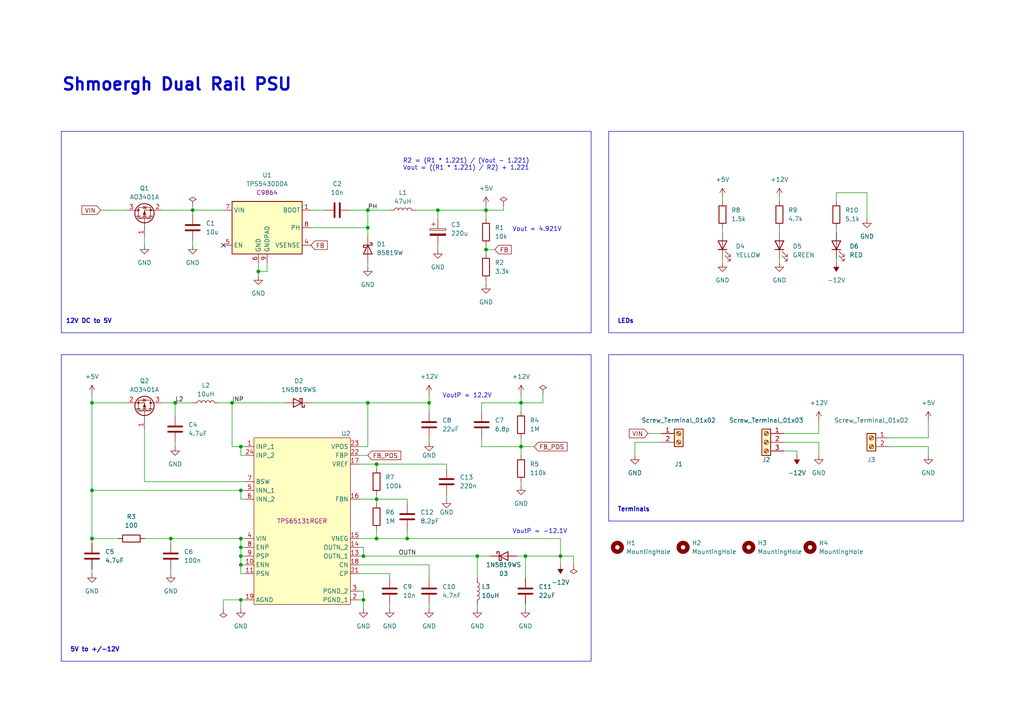
<source format=kicad_sch>
(kicad_sch (version 20230121) (generator eeschema)
  (paper "A4")
  (lib_symbols
    (symbol "Connector:Screw_Terminal_01x02" (pin_names (offset 1.016) hide)
      (property "Reference" "J" (at 0 2.54 0))
      (property "Value" "Screw_Terminal_01x02" (at 0 -5.08 0))
      (symbol "Screw_Terminal_01x02_1_1"
        (rectangle (start -1.27 1.27) (end 1.27 -3.81) (stroke (width 0.254)) (fill (type background)))
        (circle (center 0 -2.54) (radius 0.635) (stroke (width 0.1524)))
        (polyline (pts (xy -0.5334 -2.2098) (xy 0.3302 -3.048)) (stroke (width 0.1524)))
        (polyline (pts (xy -0.5334 0.3302) (xy 0.3302 -0.508)) (stroke (width 0.1524)))
        (polyline (pts (xy -0.3556 -2.032) (xy 0.508 -2.8702)) (stroke (width 0.1524)))
        (polyline (pts (xy -0.3556 0.508) (xy 0.508 -0.3302)) (stroke (width 0.1524)))
        (circle (center 0 0) (radius 0.635) (stroke (width 0.1524)))
        (pin passive line (at -5.08 0 0) (length 3.81) (name "Pin_1") (number "1"))
        (pin passive line (at -5.08 -2.54 0) (length 3.81) (name "Pin_2") (number "2"))
      )
    )
    (symbol "Connector:Screw_Terminal_01x03" (pin_names (offset 1.016) hide)
      (property "Reference" "J" (at 0 5.08 0))
      (property "Value" "Screw_Terminal_01x03" (at 0 -5.08 0))
      (symbol "Screw_Terminal_01x03_1_1"
        (rectangle (start -1.27 3.81) (end 1.27 -3.81) (stroke (width 0.254)) (fill (type background)))
        (circle (center 0 -2.54) (radius 0.635) (stroke (width 0.1524)))
        (polyline (pts (xy -0.5334 -2.2098) (xy 0.3302 -3.048)) (stroke (width 0.1524)))
        (polyline (pts (xy -0.5334 0.3302) (xy 0.3302 -0.508)) (stroke (width 0.1524)))
        (polyline (pts (xy -0.5334 2.8702) (xy 0.3302 2.032)) (stroke (width 0.1524)))
        (polyline (pts (xy -0.3556 -2.032) (xy 0.508 -2.8702)) (stroke (width 0.1524)))
        (polyline (pts (xy -0.3556 0.508) (xy 0.508 -0.3302)) (stroke (width 0.1524)))
        (polyline (pts (xy -0.3556 3.048) (xy 0.508 2.2098)) (stroke (width 0.1524)))
        (circle (center 0 0) (radius 0.635) (stroke (width 0.1524)))
        (circle (center 0 2.54) (radius 0.635) (stroke (width 0.1524)))
        (pin passive line (at -5.08 2.54 0) (length 3.81) (name "Pin_1") (number "1"))
        (pin passive line (at -5.08 0 0) (length 3.81) (name "Pin_2") (number "2"))
        (pin passive line (at -5.08 -2.54 0) (length 3.81) (name "Pin_3") (number "3"))
      )
    )
    (symbol "Device:C" (pin_numbers hide) (pin_names (offset 0.254))
      (property "Reference" "C" (at 0.635 2.54 0))
      (property "Value" "C" (at 0.635 -2.54 0))
      (symbol "C_0_1"
        (polyline (pts (xy -2.032 -0.762) (xy 2.032 -0.762)) (stroke (width 0.508)))
        (polyline (pts (xy -2.032 0.762) (xy 2.032 0.762)) (stroke (width 0.508)))
      )
      (symbol "C_1_1"
        (pin passive line (at 0 3.81 270) (length 2.794) (name "~") (number "1"))
        (pin passive line (at 0 -3.81 90) (length 2.794) (name "~") (number "2"))
      )
    )
    (symbol "Device:C_Polarized" (pin_numbers hide) (pin_names (offset 0.254))
      (property "Reference" "C" (at 0.635 2.54 0))
      (property "Value" "C_Polarized" (at 0.635 -2.54 0))
      (symbol "C_Polarized_0_1"
        (rectangle (start -2.286 0.508) (end 2.286 1.016))
        (polyline (pts (xy -1.778 2.286) (xy -0.762 2.286)))
        (polyline (pts (xy -1.27 2.794) (xy -1.27 1.778)))
        (rectangle (start 2.286 -0.508) (end -2.286 -1.016) (fill (type outline)))
      )
      (symbol "C_Polarized_1_1"
        (pin passive line (at 0 3.81 270) (length 2.794) (name "~") (number "1"))
        (pin passive line (at 0 -3.81 90) (length 2.794) (name "~") (number "2"))
      )
    )
    (symbol "Device:D_Schottky" (pin_numbers hide) (pin_names (offset 1.016) hide)
      (property "Reference" "D" (at 0 2.54 0))
      (property "Value" "D_Schottky" (at 0 -2.54 0))
      (symbol "D_Schottky_0_1"
        (polyline (pts (xy 1.27 0) (xy -1.27 0)))
        (polyline (pts (xy 1.27 1.27) (xy 1.27 -1.27) (xy -1.27 0) (xy 1.27 1.27)) (stroke (width 0.254)))
        (polyline (pts (xy -1.905 0.635) (xy -1.905 1.27) (xy -1.27 1.27) (xy -1.27 -1.27) (xy -0.635 -1.27) (xy -0.635 -0.635)) (stroke (width 0.254)))
      )
      (symbol "D_Schottky_1_1"
        (pin passive line (at -3.81 0 0) (length 2.54) (name "K") (number "1"))
        (pin passive line (at 3.81 0 180) (length 2.54) (name "A") (number "2"))
      )
    )
    (symbol "Device:L" (pin_numbers hide) (pin_names (offset 1.016) hide)
      (property "Reference" "L" (at -1.27 0 90))
      (property "Value" "L" (at 1.905 0 90))
      (symbol "L_0_1"
        (arc (start 0 -2.54) (mid 0.6323 -1.905) (end 0 -1.27))
        (arc (start 0 -1.27) (mid 0.6323 -0.635) (end 0 0))
        (arc (start 0 0) (mid 0.6323 0.635) (end 0 1.27))
        (arc (start 0 1.27) (mid 0.6323 1.905) (end 0 2.54))
      )
      (symbol "L_1_1"
        (pin passive line (at 0 3.81 270) (length 1.27) (name "1") (number "1"))
        (pin passive line (at 0 -3.81 90) (length 1.27) (name "2") (number "2"))
      )
    )
    (symbol "Device:LED" (pin_numbers hide) (pin_names (offset 1.016) hide)
      (property "Reference" "D" (at 0 2.54 0))
      (property "Value" "LED" (at 0 -2.54 0))
      (symbol "LED_0_1"
        (polyline (pts (xy -1.27 -1.27) (xy -1.27 1.27)) (stroke (width 0.254)))
        (polyline (pts (xy -1.27 0) (xy 1.27 0)))
        (polyline (pts (xy 1.27 -1.27) (xy 1.27 1.27) (xy -1.27 0) (xy 1.27 -1.27)) (stroke (width 0.254)))
        (polyline (pts (xy -3.048 -0.762) (xy -4.572 -2.286) (xy -3.81 -2.286) (xy -4.572 -2.286) (xy -4.572 -1.524)))
        (polyline (pts (xy -1.778 -0.762) (xy -3.302 -2.286) (xy -2.54 -2.286) (xy -3.302 -2.286) (xy -3.302 -1.524)))
      )
      (symbol "LED_1_1"
        (pin passive line (at -3.81 0 0) (length 2.54) (name "K") (number "1"))
        (pin passive line (at 3.81 0 180) (length 2.54) (name "A") (number "2"))
      )
    )
    (symbol "Device:R" (pin_numbers hide) (pin_names (offset 0))
      (property "Reference" "R" (at 2.032 0 90))
      (property "Value" "R" (at 0 0 90))
      (symbol "R_0_1"
        (rectangle (start -1.016 -2.54) (end 1.016 2.54) (stroke (width 0.254)))
      )
      (symbol "R_1_1"
        (pin passive line (at 0 3.81 270) (length 1.27) (name "~") (number "1"))
        (pin passive line (at 0 -3.81 90) (length 1.27) (name "~") (number "2"))
      )
    )
    (symbol "Diode:B340" (pin_numbers hide) (pin_names (offset 1.016) hide)
      (property "Reference" "D" (at 0 2.54 0))
      (property "Value" "B340" (at 0 -2.54 0))
      (symbol "B340_0_1"
        (polyline (pts (xy 1.27 0) (xy -1.27 0)))
        (polyline (pts (xy 1.27 1.27) (xy 1.27 -1.27) (xy -1.27 0) (xy 1.27 1.27)) (stroke (width 0.254)))
        (polyline (pts (xy -1.905 0.635) (xy -1.905 1.27) (xy -1.27 1.27) (xy -1.27 -1.27) (xy -0.635 -1.27) (xy -0.635 -0.635)) (stroke (width 0.254)))
      )
      (symbol "B340_1_1"
        (pin passive line (at -3.81 0 0) (length 2.54) (name "K") (number "1"))
        (pin passive line (at 3.81 0 180) (length 2.54) (name "A") (number "2"))
      )
    )
    (symbol "Mechanical:MountingHole" (pin_names (offset 1.016))
      (property "Reference" "H" (at 0 5.08 0))
      (property "Value" "MountingHole" (at 0 3.175 0))
      (symbol "MountingHole_0_1"
        (circle (center 0 0) (radius 1.27) (stroke (width 1.27)))
      )
    )
    (symbol "Shmoergh-JLC-Components:TPS5430DDA"
      (property "Reference" "U" (at -10.16 8.89 0))
      (property "Value" "TPS5430DDA" (at -1.27 8.89 0))
      (property "LCSC" "C9864" (at 0 0 0))
      (symbol "TPS5430DDA_0_1"
        (rectangle (start -10.16 7.62) (end 10.16 -7.62) (stroke (width 0.254)) (fill (type background)))
      )
      (symbol "TPS5430DDA_1_1"
        (pin input line (at 12.7 5.08 180) (length 2.54) (name "BOOT") (number "1"))
        (pin no_connect line (at -10.16 2.54 0) (length 2.54) hide (name "NC") (number "2"))
        (pin no_connect line (at -10.16 -2.54 0) (length 2.54) hide (name "NC") (number "3"))
        (pin input line (at 12.7 -5.08 180) (length 2.54) (name "VSENSE") (number "4"))
        (pin input line (at -12.7 -5.08 0) (length 2.54) (name "EN") (number "5"))
        (pin power_in line (at -2.54 -10.16 90) (length 2.54) (name "GND") (number "6"))
        (pin power_in line (at -12.7 5.08 0) (length 2.54) (name "VIN") (number "7"))
        (pin output line (at 12.7 0 180) (length 2.54) (name "PH") (number "8"))
        (pin power_in line (at 0 -10.16 90) (length 2.54) (name "GNDPAD") (number "9"))
      )
    )
    (symbol "Shmoergh-JLC-Components:TPS65131RGER (Schematic)"
      (property "Reference" "U" (at 11.43 25.4 0))
      (property "Value" "TPS65131RGER (Schematic)" (at 1.27 33.02 0))
      (property "LCSC" "TPS65131RGER" (at -6.35 25.4 0))
      (symbol "TPS65131RGER (Schematic)_1_1"
        (rectangle (start -13.97 24.13) (end 13.97 -24.13) (fill (type background)))
        (pin input line (at -16.51 21.59 0) (length 2.54) (name "INP_1") (number "1"))
        (pin input line (at -16.51 -12.7 0) (length 2.54) (name "ENN") (number "10"))
        (pin input line (at -16.51 -15.24 0) (length 2.54) (name "PSN") (number "11"))
        (pin no_connect line (at 16.51 13.97 180) (length 2.54) hide (name "NC1") (number "12"))
        (pin output line (at 16.51 -10.16 180) (length 2.54) (name "OUTN_1") (number "13"))
        (pin output line (at 16.51 -7.62 180) (length 2.54) (name "OUTN_2") (number "14"))
        (pin input line (at 16.51 -5.08 180) (length 2.54) (name "VNEG") (number "15"))
        (pin input line (at 16.51 6.35 180) (length 2.54) (name "FBN") (number "16"))
        (pin output line (at 16.51 16.51 180) (length 2.54) (name "VREF") (number "17"))
        (pin passive line (at 16.51 -12.7 180) (length 2.54) (name "CN") (number "18"))
        (pin power_in line (at -16.51 -22.86 0) (length 2.54) (name "AGND") (number "19"))
        (pin power_in line (at 16.51 -22.86 180) (length 2.54) (name "PGND_1") (number "2"))
        (pin no_connect line (at 16.51 11.43 180) (length 2.54) hide (name "NC2") (number "20"))
        (pin passive line (at 16.51 -15.24 180) (length 2.54) (name "CP") (number "21"))
        (pin input line (at 16.51 19.05 180) (length 2.54) (name "FBP") (number "22"))
        (pin input line (at 16.51 21.59 180) (length 2.54) (name "VPOS") (number "23"))
        (pin input line (at -16.51 19.05 0) (length 2.54) (name "INP_2") (number "24"))
        (pin power_in line (at 16.51 -20.32 180) (length 2.54) (name "PGND_2") (number "3"))
        (pin input line (at -16.51 -5.08 0) (length 2.54) (name "VIN") (number "4"))
        (pin input line (at -16.51 8.89 0) (length 2.54) (name "INN_1") (number "5"))
        (pin input line (at -16.51 6.35 0) (length 2.54) (name "INN_2") (number "6"))
        (pin output line (at -16.51 11.43 0) (length 2.54) (name "BSW") (number "7"))
        (pin input line (at -16.51 -7.62 0) (length 2.54) (name "ENP") (number "8"))
        (pin input line (at -16.51 -10.16 0) (length 2.54) (name "PSP") (number "9"))
      )
    )
    (symbol "Transistor_FET:AO3401A" (pin_names hide)
      (property "Reference" "Q" (at 5.08 1.905 0))
      (property "Value" "AO3401A" (at 5.08 0 0))
      (symbol "AO3401A_0_1"
        (polyline (pts (xy 0.254 0) (xy -2.54 0)))
        (polyline (pts (xy 0.254 1.905) (xy 0.254 -1.905)) (stroke (width 0.254)))
        (polyline (pts (xy 0.762 -1.27) (xy 0.762 -2.286)) (stroke (width 0.254)))
        (polyline (pts (xy 0.762 0.508) (xy 0.762 -0.508)) (stroke (width 0.254)))
        (polyline (pts (xy 0.762 2.286) (xy 0.762 1.27)) (stroke (width 0.254)))
        (polyline (pts (xy 2.54 2.54) (xy 2.54 1.778)))
        (polyline (pts (xy 2.54 -2.54) (xy 2.54 0) (xy 0.762 0)))
        (polyline (pts (xy 0.762 1.778) (xy 3.302 1.778) (xy 3.302 -1.778) (xy 0.762 -1.778)))
        (polyline (pts (xy 2.286 0) (xy 1.27 0.381) (xy 1.27 -0.381) (xy 2.286 0)) (fill (type outline)))
        (polyline (pts (xy 2.794 -0.508) (xy 2.921 -0.381) (xy 3.683 -0.381) (xy 3.81 -0.254)))
        (polyline (pts (xy 3.302 -0.381) (xy 2.921 0.254) (xy 3.683 0.254) (xy 3.302 -0.381)))
        (circle (center 1.651 0) (radius 2.794) (stroke (width 0.254)))
        (circle (center 2.54 -1.778) (radius 0.254) (fill (type outline)))
        (circle (center 2.54 1.778) (radius 0.254) (fill (type outline)))
      )
      (symbol "AO3401A_1_1"
        (pin input line (at -5.08 0 0) (length 2.54) (name "G") (number "1"))
        (pin passive line (at 2.54 -5.08 90) (length 2.54) (name "S") (number "2"))
        (pin passive line (at 2.54 5.08 270) (length 2.54) (name "D") (number "3"))
      )
    )
    (symbol "power:+12V" (power) (pin_names (offset 0))
      (property "Value" "+12V" (at 0 3.556 0))
      (symbol "+12V_0_1"
        (polyline (pts (xy -0.762 1.27) (xy 0 2.54)))
        (polyline (pts (xy 0 0) (xy 0 2.54)))
        (polyline (pts (xy 0 2.54) (xy 0.762 1.27)))
      )
      (symbol "+12V_1_1"
        (pin power_in line (at 0 0 90) (length 0) hide (name "+12V") (number "1"))
      )
    )
    (symbol "power:+5V" (power) (pin_names (offset 0))
      (property "Value" "+5V" (at 0 3.556 0))
      (symbol "+5V_0_1"
        (polyline (pts (xy -0.762 1.27) (xy 0 2.54)))
        (polyline (pts (xy 0 0) (xy 0 2.54)))
        (polyline (pts (xy 0 2.54) (xy 0.762 1.27)))
      )
      (symbol "+5V_1_1"
        (pin power_in line (at 0 0 90) (length 0) hide (name "+5V") (number "1"))
      )
    )
    (symbol "power:-12V" (power) (pin_names (offset 0))
      (property "Value" "-12V" (at 0 3.81 0))
      (symbol "-12V_0_0"
        (pin power_in line (at 0 0 90) (length 0) hide (name "-12V") (number "1"))
      )
      (symbol "-12V_0_1"
        (polyline (pts (xy 0 0) (xy 0 1.27) (xy 0.762 1.27) (xy 0 2.54) (xy -0.762 1.27) (xy 0 1.27)) (fill (type outline)))
      )
    )
    (symbol "power:GND" (power) (pin_names (offset 0))
      (property "Value" "GND" (at 0 -3.81 0))
      (symbol "GND_0_1"
        (polyline (pts (xy 0 0) (xy 0 -1.27) (xy 1.27 -1.27) (xy 0 -2.54) (xy -1.27 -1.27) (xy 0 -1.27)))
      )
      (symbol "GND_1_1"
        (pin power_in line (at 0 0 270) (length 0) hide (name "GND") (number "1"))
      )
    )
    (symbol "power:PWR_FLAG" (power) (pin_numbers hide) (pin_names (offset 0) hide)
      (property "Value" "PWR_FLAG" (at 0 3.81 0))
      (symbol "PWR_FLAG_0_0"
        (pin power_out line (at 0 0 90) (length 0) (name "pwr") (number "1"))
      )
      (symbol "PWR_FLAG_0_1"
        (polyline (pts (xy 0 0) (xy 0 1.27) (xy -1.016 1.905) (xy 0 2.54) (xy 1.016 1.905) (xy 0 1.27)))
      )
    )
  )
  (junction (at 49.53 156.21))
  (junction (at 55.88 60.96))
  (junction (at 69.85 173.99))
  (junction (at 106.68 60.96))
  (junction (at 105.41 161.29))
  (junction (at 50.8 116.84))
  (junction (at 106.68 66.04))
  (junction (at 69.85 163.83))
  (junction (at 140.97 72.39))
  (junction (at 106.68 116.84))
  (junction (at 69.85 129.54))
  (junction (at 118.11 156.21))
  (junction (at 152.4 161.29))
  (junction (at 109.22 134.62))
  (junction (at 151.13 116.84))
  (junction (at 109.22 156.21))
  (junction (at 162.56 161.29))
  (junction (at 69.85 161.29))
  (junction (at 67.31 116.84))
  (junction (at 26.67 156.21))
  (junction (at 138.43 161.29))
  (junction (at 69.85 156.21))
  (junction (at 26.67 142.24))
  (junction (at 69.85 142.24))
  (junction (at 69.85 158.75))
  (junction (at 109.22 144.78))
  (junction (at 127 60.96))
  (junction (at 26.67 116.84))
  (junction (at 140.97 60.96))
  (junction (at 151.13 129.54))
  (junction (at 124.46 116.84))
  (junction (at 105.41 173.99))
  (junction (at 74.93 78.74))
  (no_connect (at 64.77 71.12))
  (wire (pts (xy 105.41 161.29) (xy 138.43 161.29)))
  (wire (pts (xy 269.24 127) (xy 269.24 121.92)))
  (wire (pts (xy 139.7 116.84) (xy 151.13 116.84)))
  (wire (pts (xy 106.68 116.84) (xy 124.46 116.84)))
  (polyline (pts (xy 17.78 38.1) (xy 17.78 96.52)))
  (wire (pts (xy 69.85 163.83) (xy 69.85 161.29)))
  (wire (pts (xy 209.55 57.15) (xy 209.55 58.42)))
  (wire (pts (xy 138.43 161.29) (xy 142.24 161.29)))
  (wire (pts (xy 64.77 173.99) (xy 69.85 173.99)))
  (wire (pts (xy 140.97 72.39) (xy 143.51 72.39)))
  (wire (pts (xy 69.85 132.08) (xy 69.85 129.54)))
  (wire (pts (xy 46.99 116.84) (xy 50.8 116.84)))
  (wire (pts (xy 55.88 60.96) (xy 55.88 62.23)))
  (wire (pts (xy 55.88 69.85) (xy 55.88 71.12)))
  (wire (pts (xy 139.7 119.38) (xy 139.7 116.84)))
  (wire (pts (xy 64.77 60.96) (xy 55.88 60.96)))
  (wire (pts (xy 106.68 76.2) (xy 106.68 77.47)))
  (wire (pts (xy 146.05 60.96) (xy 140.97 60.96)))
  (wire (pts (xy 113.03 166.37) (xy 113.03 167.64)))
  (wire (pts (xy 237.49 121.92) (xy 237.49 125.73)))
  (wire (pts (xy 105.41 173.99) (xy 105.41 176.53)))
  (wire (pts (xy 269.24 132.08) (xy 269.24 129.54)))
  (wire (pts (xy 26.67 142.24) (xy 69.85 142.24)))
  (wire (pts (xy 151.13 129.54) (xy 154.94 129.54)))
  (wire (pts (xy 104.14 132.08) (xy 106.68 132.08)))
  (wire (pts (xy 151.13 114.3) (xy 151.13 116.84)))
  (wire (pts (xy 69.85 173.99) (xy 71.12 173.99)))
  (wire (pts (xy 50.8 128.27) (xy 50.8 129.54)))
  (wire (pts (xy 105.41 158.75) (xy 105.41 161.29)))
  (wire (pts (xy 140.97 71.12) (xy 140.97 72.39)))
  (polyline (pts (xy 171.45 96.52) (xy 17.78 96.52)))
  (wire (pts (xy 26.67 142.24) (xy 26.67 156.21)))
  (wire (pts (xy 124.46 167.64) (xy 124.46 163.83)))
  (wire (pts (xy 139.7 129.54) (xy 151.13 129.54)))
  (wire (pts (xy 29.21 60.96) (xy 36.83 60.96)))
  (wire (pts (xy 269.24 129.54) (xy 257.81 129.54)))
  (wire (pts (xy 124.46 175.26) (xy 124.46 176.53)))
  (wire (pts (xy 118.11 144.78) (xy 109.22 144.78)))
  (wire (pts (xy 106.68 68.58) (xy 106.68 66.04)))
  (wire (pts (xy 149.86 161.29) (xy 152.4 161.29)))
  (wire (pts (xy 109.22 144.78) (xy 109.22 143.51)))
  (wire (pts (xy 69.85 176.53) (xy 69.85 173.99)))
  (wire (pts (xy 26.67 156.21) (xy 26.67 157.48)))
  (wire (pts (xy 151.13 127) (xy 151.13 129.54)))
  (wire (pts (xy 69.85 161.29) (xy 69.85 158.75)))
  (wire (pts (xy 226.06 66.04) (xy 226.06 67.31)))
  (wire (pts (xy 140.97 81.28) (xy 140.97 82.55)))
  (wire (pts (xy 41.91 156.21) (xy 49.53 156.21)))
  (wire (pts (xy 104.14 171.45) (xy 105.41 171.45)))
  (wire (pts (xy 157.48 114.3) (xy 157.48 116.84)))
  (wire (pts (xy 69.85 163.83) (xy 71.12 163.83)))
  (wire (pts (xy 26.67 114.3) (xy 26.67 116.84)))
  (wire (pts (xy 50.8 116.84) (xy 55.88 116.84)))
  (wire (pts (xy 41.91 68.58) (xy 41.91 71.12)))
  (wire (pts (xy 152.4 161.29) (xy 152.4 167.64)))
  (wire (pts (xy 146.05 59.69) (xy 146.05 60.96)))
  (wire (pts (xy 69.85 156.21) (xy 71.12 156.21)))
  (polyline (pts (xy 17.78 38.1) (xy 171.45 38.1)))
  (wire (pts (xy 151.13 139.7) (xy 151.13 140.97)))
  (wire (pts (xy 26.67 116.84) (xy 36.83 116.84)))
  (wire (pts (xy 127 71.12) (xy 127 72.39)))
  (wire (pts (xy 109.22 153.67) (xy 109.22 156.21)))
  (wire (pts (xy 162.56 163.83) (xy 162.56 161.29)))
  (wire (pts (xy 129.54 134.62) (xy 129.54 135.89)))
  (wire (pts (xy 101.6 60.96) (xy 106.68 60.96)))
  (wire (pts (xy 140.97 72.39) (xy 140.97 73.66)))
  (wire (pts (xy 157.48 116.84) (xy 151.13 116.84)))
  (wire (pts (xy 41.91 124.46) (xy 41.91 139.7)))
  (wire (pts (xy 138.43 175.26) (xy 138.43 176.53)))
  (wire (pts (xy 184.15 128.27) (xy 191.77 128.27)))
  (wire (pts (xy 41.91 139.7) (xy 71.12 139.7)))
  (wire (pts (xy 74.93 78.74) (xy 74.93 80.01)))
  (wire (pts (xy 109.22 134.62) (xy 129.54 134.62)))
  (wire (pts (xy 237.49 128.27) (xy 237.49 132.08)))
  (wire (pts (xy 67.31 116.84) (xy 67.31 129.54)))
  (wire (pts (xy 166.37 163.83) (xy 166.37 161.29)))
  (wire (pts (xy 226.06 57.15) (xy 226.06 58.42)))
  (wire (pts (xy 69.85 129.54) (xy 71.12 129.54)))
  (wire (pts (xy 151.13 129.54) (xy 151.13 132.08)))
  (wire (pts (xy 104.14 144.78) (xy 109.22 144.78)))
  (wire (pts (xy 124.46 114.3) (xy 124.46 116.84)))
  (wire (pts (xy 71.12 144.78) (xy 69.85 144.78)))
  (wire (pts (xy 227.33 128.27) (xy 237.49 128.27)))
  (wire (pts (xy 104.14 134.62) (xy 109.22 134.62)))
  (wire (pts (xy 46.99 60.96) (xy 55.88 60.96)))
  (wire (pts (xy 237.49 125.73) (xy 227.33 125.73)))
  (wire (pts (xy 162.56 161.29) (xy 152.4 161.29)))
  (wire (pts (xy 127 60.96) (xy 127 63.5)))
  (wire (pts (xy 55.88 59.69) (xy 55.88 60.96)))
  (wire (pts (xy 69.85 144.78) (xy 69.85 142.24)))
  (wire (pts (xy 69.85 161.29) (xy 71.12 161.29)))
  (wire (pts (xy 26.67 116.84) (xy 26.67 142.24)))
  (wire (pts (xy 105.41 161.29) (xy 104.14 161.29)))
  (wire (pts (xy 118.11 153.67) (xy 118.11 156.21)))
  (wire (pts (xy 105.41 171.45) (xy 105.41 173.99)))
  (wire (pts (xy 106.68 129.54) (xy 104.14 129.54)))
  (wire (pts (xy 90.17 60.96) (xy 93.98 60.96)))
  (wire (pts (xy 152.4 175.26) (xy 152.4 176.53)))
  (wire (pts (xy 67.31 129.54) (xy 69.85 129.54)))
  (wire (pts (xy 124.46 127) (xy 124.46 128.27)))
  (wire (pts (xy 26.67 165.1) (xy 26.67 166.37)))
  (wire (pts (xy 104.14 156.21) (xy 109.22 156.21)))
  (wire (pts (xy 106.68 60.96) (xy 113.03 60.96)))
  (wire (pts (xy 151.13 116.84) (xy 151.13 119.38)))
  (wire (pts (xy 242.57 66.04) (xy 242.57 67.31)))
  (wire (pts (xy 71.12 132.08) (xy 69.85 132.08)))
  (wire (pts (xy 74.93 76.2) (xy 74.93 78.74)))
  (wire (pts (xy 120.65 60.96) (xy 127 60.96)))
  (wire (pts (xy 140.97 59.69) (xy 140.97 60.96)))
  (wire (pts (xy 49.53 156.21) (xy 49.53 157.48)))
  (wire (pts (xy 104.14 158.75) (xy 105.41 158.75)))
  (wire (pts (xy 63.5 116.84) (xy 67.31 116.84)))
  (wire (pts (xy 90.17 66.04) (xy 106.68 66.04)))
  (wire (pts (xy 104.14 166.37) (xy 113.03 166.37)))
  (wire (pts (xy 90.17 116.84) (xy 106.68 116.84)))
  (wire (pts (xy 209.55 66.04) (xy 209.55 67.31)))
  (wire (pts (xy 118.11 146.05) (xy 118.11 144.78)))
  (wire (pts (xy 242.57 55.88) (xy 242.57 58.42)))
  (wire (pts (xy 242.57 55.88) (xy 251.46 55.88)))
  (wire (pts (xy 166.37 161.29) (xy 162.56 161.29)))
  (wire (pts (xy 69.85 142.24) (xy 71.12 142.24)))
  (wire (pts (xy 118.11 156.21) (xy 162.56 156.21)))
  (wire (pts (xy 77.47 76.2) (xy 77.47 78.74)))
  (wire (pts (xy 50.8 116.84) (xy 50.8 120.65)))
  (wire (pts (xy 162.56 156.21) (xy 162.56 161.29)))
  (wire (pts (xy 187.96 125.73) (xy 191.77 125.73)))
  (wire (pts (xy 127 60.96) (xy 140.97 60.96)))
  (wire (pts (xy 124.46 163.83) (xy 104.14 163.83)))
  (wire (pts (xy 113.03 175.26) (xy 113.03 176.53)))
  (wire (pts (xy 231.14 130.81) (xy 227.33 130.81)))
  (wire (pts (xy 105.41 173.99) (xy 104.14 173.99)))
  (wire (pts (xy 67.31 116.84) (xy 82.55 116.84)))
  (wire (pts (xy 109.22 144.78) (xy 109.22 146.05)))
  (wire (pts (xy 71.12 166.37) (xy 69.85 166.37)))
  (wire (pts (xy 184.15 132.08) (xy 184.15 128.27)))
  (wire (pts (xy 138.43 161.29) (xy 138.43 167.64)))
  (wire (pts (xy 49.53 165.1) (xy 49.53 166.37)))
  (polyline (pts (xy 171.45 38.1) (xy 171.45 96.52)))
  (wire (pts (xy 226.06 74.93) (xy 226.06 76.2)))
  (wire (pts (xy 26.67 156.21) (xy 34.29 156.21)))
  (wire (pts (xy 106.68 116.84) (xy 106.68 129.54)))
  (wire (pts (xy 69.85 158.75) (xy 71.12 158.75)))
  (wire (pts (xy 64.77 176.53) (xy 64.77 173.99)))
  (wire (pts (xy 251.46 55.88) (xy 251.46 63.5)))
  (wire (pts (xy 69.85 166.37) (xy 69.85 163.83)))
  (wire (pts (xy 242.57 74.93) (xy 242.57 76.2)))
  (wire (pts (xy 209.55 74.93) (xy 209.55 76.2)))
  (wire (pts (xy 77.47 78.74) (xy 74.93 78.74)))
  (wire (pts (xy 129.54 143.51) (xy 129.54 144.78)))
  (wire (pts (xy 257.81 127) (xy 269.24 127)))
  (wire (pts (xy 109.22 156.21) (xy 118.11 156.21)))
  (wire (pts (xy 231.14 132.08) (xy 231.14 130.81)))
  (wire (pts (xy 106.68 60.96) (xy 106.68 66.04)))
  (wire (pts (xy 109.22 134.62) (xy 109.22 135.89)))
  (wire (pts (xy 69.85 158.75) (xy 69.85 156.21)))
  (wire (pts (xy 124.46 116.84) (xy 124.46 119.38)))
  (wire (pts (xy 140.97 60.96) (xy 140.97 63.5)))
  (wire (pts (xy 139.7 127) (xy 139.7 129.54)))
  (wire (pts (xy 49.53 156.21) (xy 69.85 156.21)))
  (rectangle (start 176.53 102.87) (end 279.4 151.13))
  (rectangle (start 176.53 38.1) (end 279.4 96.52))
  (rectangle (start 17.78 102.87) (end 171.45 191.77))
  (text "R2 = (R1 * 1.221) / (Vout - 1.221)\nVout = ((R1 * 1.221) / R2) + 1.221" (at 116.84 49.53 0) (effects (font (size 1.27 1.27)) (justify left bottom)))
  (text "Terminals" (at 179.07 148.59 0) (effects (font (size 1.27 1.27) (thickness 0.254) bold) (justify left bottom)))
  (text "VoutP = -12.1V" (at 148.59 154.94 0) (effects (font (size 1.27 1.27)) (justify left bottom)))
  (text "LEDs" (at 179.07 93.98 0) (effects (font (size 1.27 1.27) (thickness 0.254) bold) (justify left bottom)))
  (text "Vout = 4.921V" (at 148.59 67.31 0) (effects (font (size 1.27 1.27)) (justify left bottom)))
  (text "VoutP = 12.2V" (at 128.27 115.57 0) (effects (font (size 1.27 1.27)) (justify left bottom)))
  (text "12V DC to 5V" (at 19.05 93.98 0) (effects (font (size 1.27 1.27) (thickness 0.254) bold) (justify left bottom)))
  (text "5V to +/-12V" (at 20.32 189.23 0) (effects (font (size 1.27 1.27) (thickness 0.254) bold) (justify left bottom)))
  (text "Shmoergh Dual Rail PSU" (at 17.78 26.67 0) (effects (font (size 3.5 3.5) (thickness 0.7) bold) (justify left bottom)))
  (label "L2" (at 50.8 116.84 0))
  (label "INP" (at 67.31 116.84 0))
  (label "PH" (at 106.68 60.96 0))
  (label "OUTN" (at 115.57 161.29 0))
  (global_label "FB" (shape input) (at 90.17 71.12 0) (property "Intersheetrefs" "${INTERSHEET_REFS}" (effects hide)))
  (global_label "FB" (shape input) (at 143.51 72.39 0) (property "Intersheetrefs" "${INTERSHEET_REFS}" (effects hide)))
  (global_label "VIN" (shape input) (at 29.21 60.96 180) (property "Intersheetrefs" "${INTERSHEET_REFS}" (effects hide)))
  (global_label "VIN" (shape input) (at 187.96 125.73 180) (property "Intersheetrefs" "${INTERSHEET_REFS}" (effects hide)))
  (global_label "FB_POS" (shape input) (at 106.68 132.08 0) (property "Intersheetrefs" "${INTERSHEET_REFS}" (effects hide)))
  (global_label "FB_POS" (shape input) (at 154.94 129.54 0) (property "Intersheetrefs" "${INTERSHEET_REFS}" (effects hide)))
  (symbol (lib_id "Transistor_FET:AO3401A") (at 41.91 119.38 270) (mirror x) (unit 1)
    (property "Reference" "Q2" (at 41.91 110.49 90))
    (property "Value" "AO3401A" (at 41.91 113.03 90))
    (property "Footprint" "Package_TO_SOT_SMD:SOT-23" (effects hide))
    (property "Datasheet" "http://www.aosmd.com/pdfs/datasheet/AO3401A.pdf" (effects hide))
    (property "LCSC" "C15127" (effects hide))
  )
  (symbol (lib_id "Device:R") (at 242.57 62.23 0) (unit 1)
    (property "Reference" "R10" (at 245.11 60.96 0) (effects (justify left)))
    (property "Value" "5.1k" (at 245.11 63.5 0) (effects (justify left)))
    (property "Footprint" "Resistor_SMD:R_0402_1005Metric" (effects hide))
    (property "LCSC" "C25905" (effects hide))
  )
  (symbol (lib_id "power:GND") (at 124.46 176.53 0) (unit 1)
    (property "Reference" "#PWR019" (effects hide))
    (property "Value" "GND" (at 124.46 181.61 0))
  )
  (symbol (lib_id "power:GND") (at 113.03 176.53 0) (unit 1)
    (property "Reference" "#PWR018" (effects hide))
    (property "Value" "GND" (at 113.03 181.61 0))
  )
  (symbol (lib_id "power:-12V") (at 242.57 76.2 180) (unit 1)
    (property "Reference" "#PWR028" (effects hide))
    (property "Value" "-12V" (at 242.57 81.28 0))
  )
  (symbol (lib_id "power:GND") (at 129.54 144.78 0) (unit 1)
    (property "Reference" "#PWR024" (effects hide))
    (property "Value" "GND" (at 129.54 148.59 0))
  )
  (symbol (lib_id "power:+12V") (at 151.13 114.3 0) (unit 1)
    (property "Reference" "#PWR015" (effects hide))
    (property "Value" "+12V" (at 151.13 109.22 0))
  )
  (symbol (lib_id "Device:D_Schottky") (at 146.05 161.29 0) (unit 1)
    (property "Reference" "D3" (at 146.05 166.37 0))
    (property "Value" "1N5819WS" (at 146.05 163.83 0))
    (property "Footprint" "Diode_SMD:D_SOD-123" (effects hide))
    (property "LCSC" "C191023" (effects hide))
  )
  (symbol (lib_id "Device:R") (at 38.1 156.21 90) (unit 1)
    (property "Reference" "R3" (at 38.1 149.86 90))
    (property "Value" "100" (at 38.1 152.4 90))
    (property "Footprint" "Resistor_SMD:R_0603_1608Metric" (effects hide))
    (property "LCSC" "C22775" (effects hide))
  )
  (symbol (lib_id "Device:R") (at 140.97 77.47 0) (unit 1)
    (property "Reference" "R2" (at 143.51 76.2 0) (effects (justify left)))
    (property "Value" "3.3k" (at 143.51 78.74 0) (effects (justify left)))
    (property "Footprint" "Resistor_SMD:R_0603_1608Metric" (effects hide))
    (property "LCSC" "C22978" (effects hide))
  )
  (symbol (lib_id "Device:C") (at 49.53 161.29 0) (unit 1)
    (property "Reference" "C6" (at 53.34 160.02 0) (effects (justify left)))
    (property "Value" "100n" (at 53.34 162.56 0) (effects (justify left)))
    (property "Footprint" "Capacitor_SMD:C_0402_1005Metric" (effects hide))
    (property "LCSC" "C307331" (effects hide))
  )
  (symbol (lib_id "Mechanical:MountingHole") (at 234.95 158.75 0) (unit 1) (in_bom no)
    (property "Reference" "H4" (at 237.49 157.48 0) (effects (justify left)))
    (property "Value" "MountingHole" (at 237.49 160.02 0) (effects (justify left)))
    (property "Footprint" "MountingHole:MountingHole_3mm_Pad_Via" (effects hide))
  )
  (symbol (lib_id "Diode:B340") (at 106.68 72.39 270) (unit 1)
    (property "Reference" "D1" (at 109.22 70.8025 90) (effects (justify left)))
    (property "Value" "B5819W" (at 109.22 73.3425 90) (effects (justify left)))
    (property "Footprint" "Diode_SMD:D_SOD-123" (effects hide))
    (property "Datasheet" "http://www.jameco.com/Jameco/Products/ProdDS/1538777.pdf" (effects hide))
    (property "LCSC" "C8598" (effects hide))
  )
  (symbol (lib_id "power:+5V") (at 140.97 59.69 0) (unit 1)
    (property "Reference" "#PWR07" (effects hide))
    (property "Value" "+5V" (at 140.97 54.61 0))
  )
  (symbol (lib_id "Shmoergh-JLC-Components:TPS65131RGER (Schematic)") (at 87.63 151.13 0) (unit 1)
    (property "Reference" "U2" (at 100.33 125.73 0))
    (property "Value" "TPS65131RGER" (effects hide))
    (property "Footprint" "Package_DFN_QFN:QFN-24-1EP_4x4mm_P0.5mm_EP2.6x2.6mm" (effects hide))
    (property "Datasheet" "https://www.ti.com/lit/ds/symlink/tps65131.pdf" (effects hide))
    (property "LCSC" "TPS65131RGER" (at 87.63 151.13 0))
  )
  (symbol (lib_id "power:GND") (at 269.24 132.08 0) (unit 1)
    (property "Reference" "#PWR033" (effects hide))
    (property "Value" "GND" (at 269.24 137.16 0))
  )
  (symbol (lib_id "Transistor_FET:AO3401A") (at 41.91 63.5 90) (unit 1)
    (property "Reference" "Q1" (at 41.91 54.61 90))
    (property "Value" "AO3401A" (at 41.91 57.15 90))
    (property "Footprint" "Package_TO_SOT_SMD:SOT-23" (effects hide))
    (property "Datasheet" "http://www.aosmd.com/pdfs/datasheet/AO3401A.pdf" (effects hide))
    (property "LCSC" "C15127" (effects hide))
  )
  (symbol (lib_id "Device:R") (at 151.13 123.19 0) (unit 1)
    (property "Reference" "R4" (at 153.67 121.92 0) (effects (justify left)))
    (property "Value" "1M" (at 153.67 124.46 0) (effects (justify left)))
    (property "Footprint" "Resistor_SMD:R_0603_1608Metric" (effects hide))
    (property "LCSC" "C22935" (effects hide))
  )
  (symbol (lib_id "Device:C") (at 97.79 60.96 90) (unit 1)
    (property "Reference" "C2" (at 97.79 53.34 90))
    (property "Value" "10n" (at 97.79 55.88 90))
    (property "Footprint" "Capacitor_SMD:C_0402_1005Metric" (effects hide))
    (property "LCSC" "C15195" (effects hide))
  )
  (symbol (lib_id "Connector:Screw_Terminal_01x03") (at 222.25 128.27 0) (mirror y) (unit 1) (in_bom no)
    (property "Reference" "J2" (at 222.25 133.35 0))
    (property "Value" "Screw_Terminal_01x03" (at 222.25 121.92 0))
    (property "Footprint" "TerminalBlock_Phoenix:TerminalBlock_Phoenix_MKDS-1,5-3_1x03_P5.00mm_Horizontal" (effects hide))
  )
  (symbol (lib_id "power:GND") (at 140.97 82.55 0) (unit 1)
    (property "Reference" "#PWR06" (effects hide))
    (property "Value" "GND" (at 140.97 87.63 0))
  )
  (symbol (lib_id "power:GND") (at 69.85 176.53 0) (unit 1)
    (property "Reference" "#PWR012" (effects hide))
    (property "Value" "GND" (at 69.85 181.61 0))
  )
  (symbol (lib_id "Device:LED") (at 226.06 71.12 90) (unit 1)
    (property "Reference" "D5" (at 229.87 71.4375 90) (effects (justify right)))
    (property "Value" "GREEN" (at 229.87 73.9775 90) (effects (justify right)))
    (property "Footprint" "LED_SMD:LED_0603_1608Metric" (effects hide))
    (property "LCSC" "C72043" (effects hide))
  )
  (symbol (lib_id "power:-12V") (at 162.56 163.83 180) (unit 1)
    (property "Reference" "#PWR022" (effects hide))
    (property "Value" "-12V" (at 162.56 168.91 0))
  )
  (symbol (lib_id "power:+12V") (at 237.49 121.92 0) (unit 1)
    (property "Reference" "#PWR030" (effects hide))
    (property "Value" "+12V" (at 237.49 116.84 0))
  )
  (symbol (lib_id "Device:D_Schottky") (at 86.36 116.84 180) (unit 1)
    (property "Reference" "D2" (at 86.6775 110.49 0))
    (property "Value" "1N5819WS" (at 86.6775 113.03 0))
    (property "Footprint" "Diode_SMD:D_SOD-123" (effects hide))
    (property "LCSC" "C191023" (effects hide))
  )
  (symbol (lib_id "Device:C") (at 124.46 123.19 0) (unit 1)
    (property "Reference" "C8" (at 128.27 121.92 0) (effects (justify left)))
    (property "Value" "22uF" (at 128.27 124.46 0) (effects (justify left)))
    (property "Footprint" "Capacitor_SMD:C_0805_2012Metric" (effects hide))
    (property "LCSC" "C45783" (effects hide))
  )
  (symbol (lib_id "Device:R") (at 109.22 149.86 0) (unit 1)
    (property "Reference" "R6" (at 111.76 148.59 0) (effects (justify left)))
    (property "Value" "1M" (at 111.76 151.13 0) (effects (justify left)))
    (property "Footprint" "Resistor_SMD:R_0603_1608Metric" (effects hide))
    (property "LCSC" "C22935" (effects hide))
  )
  (symbol (lib_id "Device:C") (at 139.7 123.19 0) (unit 1)
    (property "Reference" "C7" (at 143.51 121.92 0) (effects (justify left)))
    (property "Value" "6.8p" (at 143.51 124.46 0) (effects (justify left)))
    (property "Footprint" "Resistor_SMD:R_0603_1608Metric" (effects hide))
    (property "LCSC" "C1679" (effects hide))
  )
  (symbol (lib_id "Device:LED") (at 209.55 71.12 90) (unit 1)
    (property "Reference" "D4" (at 213.36 71.4375 90) (effects (justify right)))
    (property "Value" "YELLOW" (at 213.36 73.9775 90) (effects (justify right)))
    (property "Footprint" "LED_SMD:LED_0603_1608Metric" (effects hide))
    (property "LCSC" "C72038" (effects hide))
  )
  (symbol (lib_id "Device:LED") (at 242.57 71.12 90) (unit 1)
    (property "Reference" "D6" (at 246.38 71.4375 90) (effects (justify right)))
    (property "Value" "RED" (at 246.38 73.9775 90) (effects (justify right)))
    (property "Footprint" "LED_SMD:LED_0603_1608Metric" (effects hide))
    (property "LCSC" "C2286" (effects hide))
  )
  (symbol (lib_id "Device:C_Polarized") (at 127 67.31 0) (unit 1)
    (property "Reference" "C3" (at 130.81 65.151 0) (effects (justify left)))
    (property "Value" "220u" (at 130.81 67.691 0) (effects (justify left)))
    (property "Footprint" "Capacitor_SMD:C_Elec_6.3x7.7" (effects hide))
    (property "LCSC" "C127327" (effects hide))
  )
  (symbol (lib_id "power:PWR_FLAG") (at 64.77 176.53 180) (unit 1)
    (property "Reference" "#FLG05" (effects hide))
    (property "Value" "PWR_FLAG" (effects hide))
  )
  (symbol (lib_id "Device:C") (at 118.11 149.86 0) (unit 1)
    (property "Reference" "C12" (at 121.92 148.59 0) (effects (justify left)))
    (property "Value" "8.2pF" (at 121.92 151.13 0) (effects (justify left)))
    (property "Footprint" "Capacitor_SMD:C_0603_1608Metric" (effects hide))
    (property "LCSC" "C1685" (effects hide))
  )
  (symbol (lib_id "Device:C") (at 55.88 66.04 0) (unit 1)
    (property "Reference" "C1" (at 59.69 64.77 0) (effects (justify left)))
    (property "Value" "10u" (at 59.69 67.31 0) (effects (justify left)))
    (property "Footprint" "Capacitor_SMD:C_1206_3216Metric" (effects hide))
    (property "LCSC" "C13585" (effects hide))
  )
  (symbol (lib_id "Device:R") (at 226.06 62.23 0) (unit 1)
    (property "Reference" "R9" (at 228.6 60.96 0) (effects (justify left)))
    (property "Value" "4.7k" (at 228.6 63.5 0) (effects (justify left)))
    (property "Footprint" "Resistor_SMD:R_0402_1005Metric" (effects hide))
    (property "LCSC" "C25900" (effects hide))
  )
  (symbol (lib_id "Device:L") (at 59.69 116.84 90) (unit 1)
    (property "Reference" "L2" (at 59.69 111.76 90))
    (property "Value" "10uH" (at 59.69 114.3 90))
    (property "Footprint" "Inductor_SMD:L_Sunlord_MWSA0518S" (effects hide))
    (property "LCSC" "C177248" (effects hide))
  )
  (symbol (lib_id "power:+5V") (at 269.24 121.92 0) (unit 1)
    (property "Reference" "#PWR034" (effects hide))
    (property "Value" "+5V" (at 269.24 116.84 0))
  )
  (symbol (lib_id "Mechanical:MountingHole") (at 179.07 158.75 0) (unit 1) (in_bom no)
    (property "Reference" "H1" (at 181.61 157.48 0) (effects (justify left)))
    (property "Value" "MountingHole" (at 181.61 160.02 0) (effects (justify left)))
    (property "Footprint" "MountingHole:MountingHole_3mm_Pad_Via" (effects hide))
  )
  (symbol (lib_id "power:GND") (at 251.46 63.5 0) (unit 1)
    (property "Reference" "#PWR029" (effects hide))
    (property "Value" "GND" (at 251.46 68.58 0))
  )
  (symbol (lib_id "power:GND") (at 49.53 166.37 0) (unit 1)
    (property "Reference" "#PWR011" (effects hide))
    (property "Value" "GND" (at 49.53 171.45 0))
  )
  (symbol (lib_id "power:GND") (at 41.91 71.12 0) (unit 1)
    (property "Reference" "#PWR02" (effects hide))
    (property "Value" "GND" (at 41.91 76.2 0))
  )
  (symbol (lib_id "power:GND") (at 226.06 76.2 0) (unit 1)
    (property "Reference" "#PWR027" (effects hide))
    (property "Value" "GND" (at 226.06 81.28 0))
  )
  (symbol (lib_id "Device:R") (at 151.13 135.89 0) (unit 1)
    (property "Reference" "R5" (at 153.67 134.62 0) (effects (justify left)))
    (property "Value" "110k" (at 153.67 137.16 0) (effects (justify left)))
    (property "Footprint" "Resistor_SMD:R_0603_1608Metric" (effects hide))
    (property "LCSC" "C25805" (effects hide))
  )
  (symbol (lib_id "power:GND") (at 237.49 132.08 0) (unit 1)
    (property "Reference" "#PWR031" (effects hide))
    (property "Value" "GND" (at 237.49 137.16 0))
  )
  (symbol (lib_id "power:GND") (at 26.67 166.37 0) (unit 1)
    (property "Reference" "#PWR010" (effects hide))
    (property "Value" "GND" (at 26.67 171.45 0))
  )
  (symbol (lib_id "Mechanical:MountingHole") (at 217.17 158.75 0) (unit 1) (in_bom no)
    (property "Reference" "H3" (at 219.71 157.48 0) (effects (justify left)))
    (property "Value" "MountingHole" (at 219.71 160.02 0) (effects (justify left)))
    (property "Footprint" "MountingHole:MountingHole_3mm_Pad_Via" (effects hide))
  )
  (symbol (lib_id "power:PWR_FLAG") (at 166.37 163.83 180) (unit 1)
    (property "Reference" "#FLG04" (effects hide))
    (property "Value" "PWR_FLAG" (effects hide))
  )
  (symbol (lib_id "Connector:Screw_Terminal_01x02") (at 196.85 125.73 0) (unit 1) (in_bom no)
    (property "Reference" "J1" (at 196.85 134.62 0))
    (property "Value" "Screw_Terminal_01x02" (at 196.85 121.92 0))
    (property "Footprint" "TerminalBlock_Phoenix:TerminalBlock_Phoenix_MKDS-1,5-2_1x02_P5.00mm_Horizontal" (effects hide))
  )
  (symbol (lib_id "power:PWR_FLAG") (at 55.88 59.69 0) (unit 1)
    (property "Reference" "#FLG01" (effects hide))
    (property "Value" "PWR_FLAG" (effects hide))
  )
  (symbol (lib_id "Device:C") (at 50.8 124.46 0) (unit 1)
    (property "Reference" "C4" (at 54.61 123.19 0) (effects (justify left)))
    (property "Value" "4.7uF" (at 54.61 125.73 0) (effects (justify left)))
    (property "Footprint" "Capacitor_SMD:C_0603_1608Metric" (effects hide))
    (property "LCSC" "C19666" (effects hide))
  )
  (symbol (lib_id "power:GND") (at 127 72.39 0) (unit 1)
    (property "Reference" "#PWR05" (effects hide))
    (property "Value" "GND" (at 127 77.47 0))
  )
  (symbol (lib_id "Device:C") (at 124.46 171.45 0) (unit 1)
    (property "Reference" "C10" (at 128.27 170.18 0) (effects (justify left)))
    (property "Value" "4.7nF" (at 128.27 172.72 0) (effects (justify left)))
    (property "Footprint" "Capacitor_SMD:C_0603_1608Metric" (effects hide))
    (property "LCSC" "C53987" (effects hide))
  )
  (symbol (lib_id "power:GND") (at 138.43 176.53 0) (unit 1)
    (property "Reference" "#PWR020" (effects hide))
    (property "Value" "GND" (at 138.43 181.61 0))
  )
  (symbol (lib_id "Connector:Screw_Terminal_01x02") (at 252.73 127 0) (mirror y) (unit 1) (in_bom no)
    (property "Reference" "J3" (at 252.73 133.35 0))
    (property "Value" "Screw_Terminal_01x02" (at 252.73 121.92 0))
    (property "Footprint" "TerminalBlock_Phoenix:TerminalBlock_Phoenix_MKDS-1,5-2_1x02_P5.00mm_Horizontal" (effects hide))
  )
  (symbol (lib_id "power:GND") (at 105.41 176.53 0) (unit 1)
    (property "Reference" "#PWR017" (effects hide))
    (property "Value" "GND" (at 105.41 181.61 0))
  )
  (symbol (lib_id "Device:C") (at 26.67 161.29 0) (unit 1)
    (property "Reference" "C5" (at 30.48 160.02 0) (effects (justify left)))
    (property "Value" "4.7uF" (at 30.48 162.56 0) (effects (justify left)))
    (property "Footprint" "Capacitor_SMD:C_0603_1608Metric" (effects hide))
    (property "LCSC" "C19666" (effects hide))
  )
  (symbol (lib_id "power:GND") (at 184.15 132.08 0) (mirror y) (unit 1)
    (property "Reference" "#PWR036" (effects hide))
    (property "Value" "GND" (at 184.15 137.16 0))
  )
  (symbol (lib_id "power:PWR_FLAG") (at 146.05 59.69 0) (unit 1)
    (property "Reference" "#FLG02" (effects hide))
    (property "Value" "PWR_FLAG" (effects hide))
  )
  (symbol (lib_id "Mechanical:MountingHole") (at 198.12 158.75 0) (unit 1) (in_bom no)
    (property "Reference" "H2" (at 200.66 157.48 0) (effects (justify left)))
    (property "Value" "MountingHole" (at 200.66 160.02 0) (effects (justify left)))
    (property "Footprint" "MountingHole:MountingHole_3mm_Pad_Via" (effects hide))
  )
  (symbol (lib_id "power:GND") (at 209.55 76.2 0) (unit 1)
    (property "Reference" "#PWR023" (effects hide))
    (property "Value" "GND" (at 209.55 81.28 0))
  )
  (symbol (lib_id "power:+5V") (at 26.67 114.3 0) (unit 1)
    (property "Reference" "#PWR08" (effects hide))
    (property "Value" "+5V" (at 26.67 109.22 0))
  )
  (symbol (lib_id "power:GND") (at 74.93 80.01 0) (unit 1)
    (property "Reference" "#PWR04" (effects hide))
    (property "Value" "GND" (at 74.93 85.09 0))
  )
  (symbol (lib_id "Device:C") (at 113.03 171.45 0) (unit 1)
    (property "Reference" "C9" (at 116.84 170.18 0) (effects (justify left)))
    (property "Value" "10n" (at 116.84 172.72 0) (effects (justify left)))
    (property "Footprint" "Capacitor_SMD:C_0603_1608Metric" (effects hide))
    (property "LCSC" "C57112" (effects hide))
  )
  (symbol (lib_id "power:-12V") (at 231.14 132.08 180) (unit 1)
    (property "Reference" "#PWR032" (effects hide))
    (property "Value" "-12V" (at 231.14 137.16 0))
  )
  (symbol (lib_id "power:GND") (at 106.68 77.47 0) (unit 1)
    (property "Reference" "#PWR03" (effects hide))
    (property "Value" "GND" (at 106.68 82.55 0))
  )
  (symbol (lib_id "power:GND") (at 55.88 71.12 0) (unit 1)
    (property "Reference" "#PWR01" (effects hide))
    (property "Value" "GND" (at 55.88 76.2 0))
  )
  (symbol (lib_id "power:GND") (at 50.8 129.54 0) (unit 1)
    (property "Reference" "#PWR09" (effects hide))
    (property "Value" "GND" (at 50.8 134.62 0))
  )
  (symbol (lib_id "Device:C") (at 129.54 139.7 0) (unit 1)
    (property "Reference" "C13" (at 133.35 138.43 0) (effects (justify left)))
    (property "Value" "220n" (at 133.35 140.97 0) (effects (justify left)))
    (property "Footprint" "Capacitor_SMD:C_0603_1608Metric" (effects hide))
    (property "LCSC" "C21120" (effects hide))
  )
  (symbol (lib_id "Shmoergh-JLC-Components:TPS5430DDA") (at 77.47 66.04 0) (unit 1)
    (property "Reference" "U1" (at 77.47 50.8 0))
    (property "Value" "TPS5430DDA" (at 77.47 53.34 0))
    (property "Footprint" "Package_SO:TI_SO-PowerPAD-8_ThermalVias" (effects hide))
    (property "Datasheet" "http://www.ti.com/lit/ds/symlink/tps5430.pdf" (effects hide))
    (property "LCSC" "C9864" (at 77.47 55.88 0))
  )
  (symbol (lib_id "power:GND") (at 151.13 140.97 0) (unit 1)
    (property "Reference" "#PWR014" (effects hide))
    (property "Value" "GND" (at 151.13 146.05 0))
  )
  (symbol (lib_id "power:GND") (at 152.4 176.53 0) (unit 1)
    (property "Reference" "#PWR021" (effects hide))
    (property "Value" "GND" (at 152.4 181.61 0))
  )
  (symbol (lib_id "Device:L") (at 116.84 60.96 90) (unit 1)
    (property "Reference" "L1" (at 116.84 55.88 90))
    (property "Value" "47uH" (at 116.84 58.42 90))
    (property "Footprint" "Inductor_SMD:L_Sunlord_SWRB1204S" (effects hide))
    (property "LCSC" "C169398" (effects hide))
  )
  (symbol (lib_id "Device:L") (at 138.43 171.45 0) (unit 1)
    (property "Reference" "L3" (at 139.7 170.18 0) (effects (justify left)))
    (property "Value" "10uH" (at 139.7 172.72 0) (effects (justify left)))
    (property "Footprint" "Inductor_SMD:L_Sunlord_MWSA0518S" (effects hide))
    (property "LCSC" "C177248" (effects hide))
  )
  (symbol (lib_id "Device:C") (at 152.4 171.45 0) (unit 1)
    (property "Reference" "C11" (at 156.21 170.18 0) (effects (justify left)))
    (property "Value" "22uF" (at 156.21 172.72 0) (effects (justify left)))
    (property "Footprint" "Capacitor_SMD:C_0805_2012Metric" (effects hide))
    (property "LCSC" "C45783" (effects hide))
  )
  (symbol (lib_id "power:+12V") (at 124.46 114.3 0) (unit 1)
    (property "Reference" "#PWR013" (effects hide))
    (property "Value" "+12V" (at 124.46 109.22 0))
  )
  (symbol (lib_id "power:GND") (at 124.46 128.27 0) (unit 1)
    (property "Reference" "#PWR016" (effects hide))
    (property "Value" "GND" (at 124.46 132.08 0))
  )
  (symbol (lib_id "power:+12V") (at 226.06 57.15 0) (unit 1)
    (property "Reference" "#PWR026" (effects hide))
    (property "Value" "+12V" (at 226.06 52.07 0))
  )
  (symbol (lib_id "power:PWR_FLAG") (at 157.48 114.3 0) (unit 1)
    (property "Reference" "#FLG03" (effects hide))
    (property "Value" "PWR_FLAG" (effects hide))
  )
  (symbol (lib_id "power:+5V") (at 209.55 57.15 0) (unit 1)
    (property "Reference" "#PWR025" (effects hide))
    (property "Value" "+5V" (at 209.55 52.07 0))
  )
  (symbol (lib_id "Device:R") (at 209.55 62.23 0) (unit 1)
    (property "Reference" "R8" (at 212.09 60.96 0) (effects (justify left)))
    (property "Value" "1.5k" (at 212.09 63.5 0) (effects (justify left)))
    (property "Footprint" "Resistor_SMD:R_0402_1005Metric" (effects hide))
    (property "LCSC" "C25867" (effects hide))
  )
  (symbol (lib_id "Device:R") (at 109.22 139.7 0) (unit 1)
    (property "Reference" "R7" (at 111.76 138.43 0) (effects (justify left)))
    (property "Value" "100k" (at 111.76 140.97 0) (effects (justify left)))
    (property "Footprint" "Resistor_SMD:R_0603_1608Metric" (effects hide))
    (property "LCSC" "C25803" (effects hide))
  )
  (symbol (lib_id "Device:R") (at 140.97 67.31 0) (unit 1)
    (property "Reference" "R1" (at 143.51 66.04 0) (effects (justify left)))
    (property "Value" "10k" (at 143.51 68.58 0) (effects (justify left)))
    (property "Footprint" "Resistor_SMD:R_0603_1608Metric" (effects hide))
    (property "LCSC" "C25804" (effects hide))
  )
)
</source>
